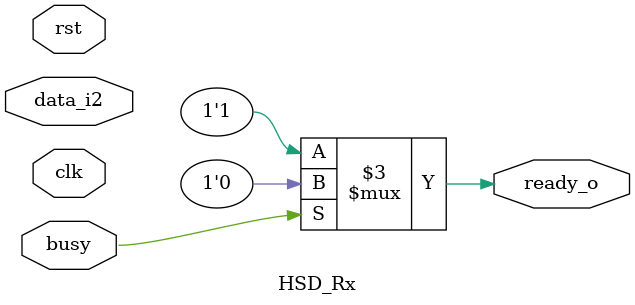
<source format=v>
module HSD_Rx (clk,rst,data_i2,busy,ready_o);
    input wire busy;
    input wire clk;
    input wire rst;
    input wire [7:0] data_i2;
    output reg ready_o;

    reg [7:0] Rx;

   
    always @(*) begin  
                if(busy)
                    ready_o<=0;
                 else
                    ready_o<=1;
               if(ready_o )    
               Rx<=data_i2;
    end
endmodule


</source>
